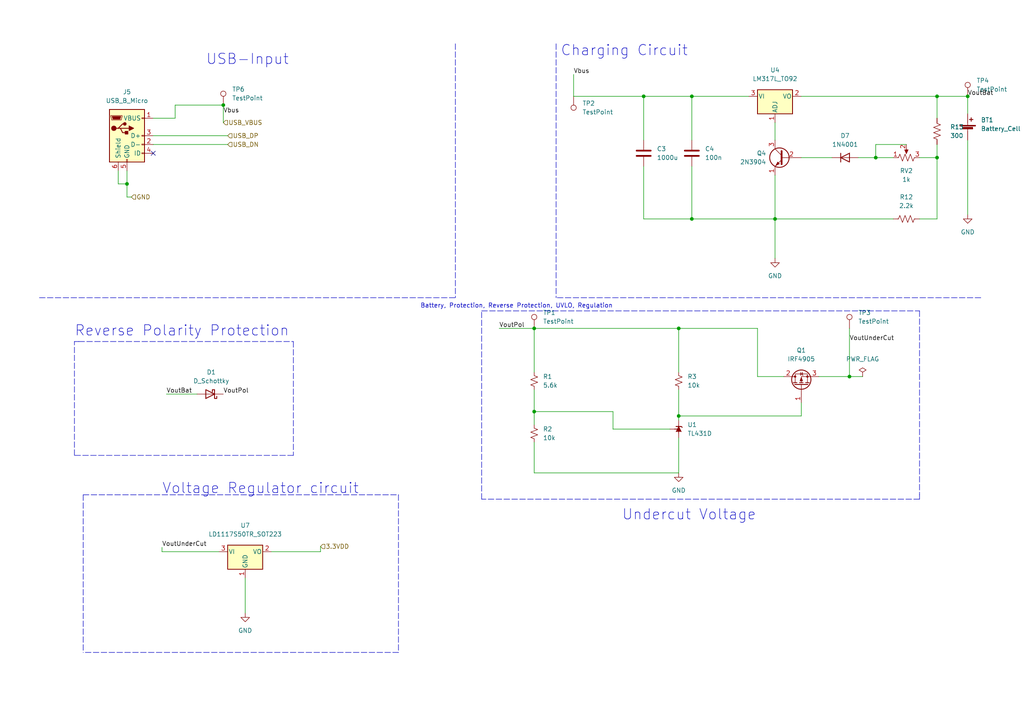
<source format=kicad_sch>
(kicad_sch (version 20211123) (generator eeschema)

  (uuid 00318b70-98db-4150-aae9-0fe9db9b4f56)

  (paper "A4")

  (title_block
    (title "Power Management Module")
    (date "2022-03-11")
    (rev "v2")
    (company "University of Cape Town")
    (comment 1 "Author: Lutendo Mulaisi")
  )

  (lib_symbols
    (symbol "Connector:TestPoint" (pin_numbers hide) (pin_names (offset 0.762) hide) (in_bom yes) (on_board yes)
      (property "Reference" "TP" (id 0) (at 0 6.858 0)
        (effects (font (size 1.27 1.27)))
      )
      (property "Value" "TestPoint" (id 1) (at 0 5.08 0)
        (effects (font (size 1.27 1.27)))
      )
      (property "Footprint" "" (id 2) (at 5.08 0 0)
        (effects (font (size 1.27 1.27)) hide)
      )
      (property "Datasheet" "~" (id 3) (at 5.08 0 0)
        (effects (font (size 1.27 1.27)) hide)
      )
      (property "ki_keywords" "test point tp" (id 4) (at 0 0 0)
        (effects (font (size 1.27 1.27)) hide)
      )
      (property "ki_description" "test point" (id 5) (at 0 0 0)
        (effects (font (size 1.27 1.27)) hide)
      )
      (property "ki_fp_filters" "Pin* Test*" (id 6) (at 0 0 0)
        (effects (font (size 1.27 1.27)) hide)
      )
      (symbol "TestPoint_0_1"
        (circle (center 0 3.302) (radius 0.762)
          (stroke (width 0) (type default) (color 0 0 0 0))
          (fill (type none))
        )
      )
      (symbol "TestPoint_1_1"
        (pin passive line (at 0 0 90) (length 2.54)
          (name "1" (effects (font (size 1.27 1.27))))
          (number "1" (effects (font (size 1.27 1.27))))
        )
      )
    )
    (symbol "Connector:USB_B_Micro" (pin_names (offset 1.016)) (in_bom yes) (on_board yes)
      (property "Reference" "J" (id 0) (at -5.08 11.43 0)
        (effects (font (size 1.27 1.27)) (justify left))
      )
      (property "Value" "USB_B_Micro" (id 1) (at -5.08 8.89 0)
        (effects (font (size 1.27 1.27)) (justify left))
      )
      (property "Footprint" "" (id 2) (at 3.81 -1.27 0)
        (effects (font (size 1.27 1.27)) hide)
      )
      (property "Datasheet" "~" (id 3) (at 3.81 -1.27 0)
        (effects (font (size 1.27 1.27)) hide)
      )
      (property "ki_keywords" "connector USB micro" (id 4) (at 0 0 0)
        (effects (font (size 1.27 1.27)) hide)
      )
      (property "ki_description" "USB Micro Type B connector" (id 5) (at 0 0 0)
        (effects (font (size 1.27 1.27)) hide)
      )
      (property "ki_fp_filters" "USB*" (id 6) (at 0 0 0)
        (effects (font (size 1.27 1.27)) hide)
      )
      (symbol "USB_B_Micro_0_1"
        (rectangle (start -5.08 -7.62) (end 5.08 7.62)
          (stroke (width 0.254) (type default) (color 0 0 0 0))
          (fill (type background))
        )
        (circle (center -3.81 2.159) (radius 0.635)
          (stroke (width 0.254) (type default) (color 0 0 0 0))
          (fill (type outline))
        )
        (circle (center -0.635 3.429) (radius 0.381)
          (stroke (width 0.254) (type default) (color 0 0 0 0))
          (fill (type outline))
        )
        (rectangle (start -0.127 -7.62) (end 0.127 -6.858)
          (stroke (width 0) (type default) (color 0 0 0 0))
          (fill (type none))
        )
        (polyline
          (pts
            (xy -1.905 2.159)
            (xy 0.635 2.159)
          )
          (stroke (width 0.254) (type default) (color 0 0 0 0))
          (fill (type none))
        )
        (polyline
          (pts
            (xy -3.175 2.159)
            (xy -2.54 2.159)
            (xy -1.27 3.429)
            (xy -0.635 3.429)
          )
          (stroke (width 0.254) (type default) (color 0 0 0 0))
          (fill (type none))
        )
        (polyline
          (pts
            (xy -2.54 2.159)
            (xy -1.905 2.159)
            (xy -1.27 0.889)
            (xy 0 0.889)
          )
          (stroke (width 0.254) (type default) (color 0 0 0 0))
          (fill (type none))
        )
        (polyline
          (pts
            (xy 0.635 2.794)
            (xy 0.635 1.524)
            (xy 1.905 2.159)
            (xy 0.635 2.794)
          )
          (stroke (width 0.254) (type default) (color 0 0 0 0))
          (fill (type outline))
        )
        (polyline
          (pts
            (xy -4.318 5.588)
            (xy -1.778 5.588)
            (xy -2.032 4.826)
            (xy -4.064 4.826)
            (xy -4.318 5.588)
          )
          (stroke (width 0) (type default) (color 0 0 0 0))
          (fill (type outline))
        )
        (polyline
          (pts
            (xy -4.699 5.842)
            (xy -4.699 5.588)
            (xy -4.445 4.826)
            (xy -4.445 4.572)
            (xy -1.651 4.572)
            (xy -1.651 4.826)
            (xy -1.397 5.588)
            (xy -1.397 5.842)
            (xy -4.699 5.842)
          )
          (stroke (width 0) (type default) (color 0 0 0 0))
          (fill (type none))
        )
        (rectangle (start 0.254 1.27) (end -0.508 0.508)
          (stroke (width 0.254) (type default) (color 0 0 0 0))
          (fill (type outline))
        )
        (rectangle (start 5.08 -5.207) (end 4.318 -4.953)
          (stroke (width 0) (type default) (color 0 0 0 0))
          (fill (type none))
        )
        (rectangle (start 5.08 -2.667) (end 4.318 -2.413)
          (stroke (width 0) (type default) (color 0 0 0 0))
          (fill (type none))
        )
        (rectangle (start 5.08 -0.127) (end 4.318 0.127)
          (stroke (width 0) (type default) (color 0 0 0 0))
          (fill (type none))
        )
        (rectangle (start 5.08 4.953) (end 4.318 5.207)
          (stroke (width 0) (type default) (color 0 0 0 0))
          (fill (type none))
        )
      )
      (symbol "USB_B_Micro_1_1"
        (pin power_out line (at 7.62 5.08 180) (length 2.54)
          (name "VBUS" (effects (font (size 1.27 1.27))))
          (number "1" (effects (font (size 1.27 1.27))))
        )
        (pin bidirectional line (at 7.62 -2.54 180) (length 2.54)
          (name "D-" (effects (font (size 1.27 1.27))))
          (number "2" (effects (font (size 1.27 1.27))))
        )
        (pin bidirectional line (at 7.62 0 180) (length 2.54)
          (name "D+" (effects (font (size 1.27 1.27))))
          (number "3" (effects (font (size 1.27 1.27))))
        )
        (pin passive line (at 7.62 -5.08 180) (length 2.54)
          (name "ID" (effects (font (size 1.27 1.27))))
          (number "4" (effects (font (size 1.27 1.27))))
        )
        (pin power_out line (at 0 -10.16 90) (length 2.54)
          (name "GND" (effects (font (size 1.27 1.27))))
          (number "5" (effects (font (size 1.27 1.27))))
        )
        (pin passive line (at -2.54 -10.16 90) (length 2.54)
          (name "Shield" (effects (font (size 1.27 1.27))))
          (number "6" (effects (font (size 1.27 1.27))))
        )
      )
    )
    (symbol "Device:Battery_Cell" (pin_numbers hide) (pin_names (offset 0) hide) (in_bom yes) (on_board yes)
      (property "Reference" "BT" (id 0) (at 2.54 2.54 0)
        (effects (font (size 1.27 1.27)) (justify left))
      )
      (property "Value" "Battery_Cell" (id 1) (at 2.54 0 0)
        (effects (font (size 1.27 1.27)) (justify left))
      )
      (property "Footprint" "" (id 2) (at 0 1.524 90)
        (effects (font (size 1.27 1.27)) hide)
      )
      (property "Datasheet" "~" (id 3) (at 0 1.524 90)
        (effects (font (size 1.27 1.27)) hide)
      )
      (property "ki_keywords" "battery cell" (id 4) (at 0 0 0)
        (effects (font (size 1.27 1.27)) hide)
      )
      (property "ki_description" "Single-cell battery" (id 5) (at 0 0 0)
        (effects (font (size 1.27 1.27)) hide)
      )
      (symbol "Battery_Cell_0_1"
        (rectangle (start -2.286 1.778) (end 2.286 1.524)
          (stroke (width 0) (type default) (color 0 0 0 0))
          (fill (type outline))
        )
        (rectangle (start -1.5748 1.1938) (end 1.4732 0.6858)
          (stroke (width 0) (type default) (color 0 0 0 0))
          (fill (type outline))
        )
        (polyline
          (pts
            (xy 0 0.762)
            (xy 0 0)
          )
          (stroke (width 0) (type default) (color 0 0 0 0))
          (fill (type none))
        )
        (polyline
          (pts
            (xy 0 1.778)
            (xy 0 2.54)
          )
          (stroke (width 0) (type default) (color 0 0 0 0))
          (fill (type none))
        )
        (polyline
          (pts
            (xy 0.508 3.429)
            (xy 1.524 3.429)
          )
          (stroke (width 0.254) (type default) (color 0 0 0 0))
          (fill (type none))
        )
        (polyline
          (pts
            (xy 1.016 3.937)
            (xy 1.016 2.921)
          )
          (stroke (width 0.254) (type default) (color 0 0 0 0))
          (fill (type none))
        )
      )
      (symbol "Battery_Cell_1_1"
        (pin passive line (at 0 5.08 270) (length 2.54)
          (name "+" (effects (font (size 1.27 1.27))))
          (number "1" (effects (font (size 1.27 1.27))))
        )
        (pin passive line (at 0 -2.54 90) (length 2.54)
          (name "-" (effects (font (size 1.27 1.27))))
          (number "2" (effects (font (size 1.27 1.27))))
        )
      )
    )
    (symbol "Device:C" (pin_numbers hide) (pin_names (offset 0.254)) (in_bom yes) (on_board yes)
      (property "Reference" "C" (id 0) (at 0.635 2.54 0)
        (effects (font (size 1.27 1.27)) (justify left))
      )
      (property "Value" "C" (id 1) (at 0.635 -2.54 0)
        (effects (font (size 1.27 1.27)) (justify left))
      )
      (property "Footprint" "" (id 2) (at 0.9652 -3.81 0)
        (effects (font (size 1.27 1.27)) hide)
      )
      (property "Datasheet" "~" (id 3) (at 0 0 0)
        (effects (font (size 1.27 1.27)) hide)
      )
      (property "ki_keywords" "cap capacitor" (id 4) (at 0 0 0)
        (effects (font (size 1.27 1.27)) hide)
      )
      (property "ki_description" "Unpolarized capacitor" (id 5) (at 0 0 0)
        (effects (font (size 1.27 1.27)) hide)
      )
      (property "ki_fp_filters" "C_*" (id 6) (at 0 0 0)
        (effects (font (size 1.27 1.27)) hide)
      )
      (symbol "C_0_1"
        (polyline
          (pts
            (xy -2.032 -0.762)
            (xy 2.032 -0.762)
          )
          (stroke (width 0.508) (type default) (color 0 0 0 0))
          (fill (type none))
        )
        (polyline
          (pts
            (xy -2.032 0.762)
            (xy 2.032 0.762)
          )
          (stroke (width 0.508) (type default) (color 0 0 0 0))
          (fill (type none))
        )
      )
      (symbol "C_1_1"
        (pin passive line (at 0 3.81 270) (length 2.794)
          (name "~" (effects (font (size 1.27 1.27))))
          (number "1" (effects (font (size 1.27 1.27))))
        )
        (pin passive line (at 0 -3.81 90) (length 2.794)
          (name "~" (effects (font (size 1.27 1.27))))
          (number "2" (effects (font (size 1.27 1.27))))
        )
      )
    )
    (symbol "Device:D_Schottky" (pin_numbers hide) (pin_names (offset 1.016) hide) (in_bom yes) (on_board yes)
      (property "Reference" "D" (id 0) (at 0 2.54 0)
        (effects (font (size 1.27 1.27)))
      )
      (property "Value" "D_Schottky" (id 1) (at 0 -2.54 0)
        (effects (font (size 1.27 1.27)))
      )
      (property "Footprint" "" (id 2) (at 0 0 0)
        (effects (font (size 1.27 1.27)) hide)
      )
      (property "Datasheet" "~" (id 3) (at 0 0 0)
        (effects (font (size 1.27 1.27)) hide)
      )
      (property "ki_keywords" "diode Schottky" (id 4) (at 0 0 0)
        (effects (font (size 1.27 1.27)) hide)
      )
      (property "ki_description" "Schottky diode" (id 5) (at 0 0 0)
        (effects (font (size 1.27 1.27)) hide)
      )
      (property "ki_fp_filters" "TO-???* *_Diode_* *SingleDiode* D_*" (id 6) (at 0 0 0)
        (effects (font (size 1.27 1.27)) hide)
      )
      (symbol "D_Schottky_0_1"
        (polyline
          (pts
            (xy 1.27 0)
            (xy -1.27 0)
          )
          (stroke (width 0) (type default) (color 0 0 0 0))
          (fill (type none))
        )
        (polyline
          (pts
            (xy 1.27 1.27)
            (xy 1.27 -1.27)
            (xy -1.27 0)
            (xy 1.27 1.27)
          )
          (stroke (width 0.254) (type default) (color 0 0 0 0))
          (fill (type none))
        )
        (polyline
          (pts
            (xy -1.905 0.635)
            (xy -1.905 1.27)
            (xy -1.27 1.27)
            (xy -1.27 -1.27)
            (xy -0.635 -1.27)
            (xy -0.635 -0.635)
          )
          (stroke (width 0.254) (type default) (color 0 0 0 0))
          (fill (type none))
        )
      )
      (symbol "D_Schottky_1_1"
        (pin passive line (at -3.81 0 0) (length 2.54)
          (name "K" (effects (font (size 1.27 1.27))))
          (number "1" (effects (font (size 1.27 1.27))))
        )
        (pin passive line (at 3.81 0 180) (length 2.54)
          (name "A" (effects (font (size 1.27 1.27))))
          (number "2" (effects (font (size 1.27 1.27))))
        )
      )
    )
    (symbol "Device:R_Potentiometer_US" (pin_names (offset 1.016) hide) (in_bom yes) (on_board yes)
      (property "Reference" "RV" (id 0) (at -4.445 0 90)
        (effects (font (size 1.27 1.27)))
      )
      (property "Value" "R_Potentiometer_US" (id 1) (at -2.54 0 90)
        (effects (font (size 1.27 1.27)))
      )
      (property "Footprint" "" (id 2) (at 0 0 0)
        (effects (font (size 1.27 1.27)) hide)
      )
      (property "Datasheet" "~" (id 3) (at 0 0 0)
        (effects (font (size 1.27 1.27)) hide)
      )
      (property "ki_keywords" "resistor variable" (id 4) (at 0 0 0)
        (effects (font (size 1.27 1.27)) hide)
      )
      (property "ki_description" "Potentiometer, US symbol" (id 5) (at 0 0 0)
        (effects (font (size 1.27 1.27)) hide)
      )
      (property "ki_fp_filters" "Potentiometer*" (id 6) (at 0 0 0)
        (effects (font (size 1.27 1.27)) hide)
      )
      (symbol "R_Potentiometer_US_0_1"
        (polyline
          (pts
            (xy 0 -2.286)
            (xy 0 -2.54)
          )
          (stroke (width 0) (type default) (color 0 0 0 0))
          (fill (type none))
        )
        (polyline
          (pts
            (xy 0 2.54)
            (xy 0 2.286)
          )
          (stroke (width 0) (type default) (color 0 0 0 0))
          (fill (type none))
        )
        (polyline
          (pts
            (xy 2.54 0)
            (xy 1.524 0)
          )
          (stroke (width 0) (type default) (color 0 0 0 0))
          (fill (type none))
        )
        (polyline
          (pts
            (xy 1.143 0)
            (xy 2.286 0.508)
            (xy 2.286 -0.508)
            (xy 1.143 0)
          )
          (stroke (width 0) (type default) (color 0 0 0 0))
          (fill (type outline))
        )
        (polyline
          (pts
            (xy 0 -0.762)
            (xy 1.016 -1.143)
            (xy 0 -1.524)
            (xy -1.016 -1.905)
            (xy 0 -2.286)
          )
          (stroke (width 0) (type default) (color 0 0 0 0))
          (fill (type none))
        )
        (polyline
          (pts
            (xy 0 0.762)
            (xy 1.016 0.381)
            (xy 0 0)
            (xy -1.016 -0.381)
            (xy 0 -0.762)
          )
          (stroke (width 0) (type default) (color 0 0 0 0))
          (fill (type none))
        )
        (polyline
          (pts
            (xy 0 2.286)
            (xy 1.016 1.905)
            (xy 0 1.524)
            (xy -1.016 1.143)
            (xy 0 0.762)
          )
          (stroke (width 0) (type default) (color 0 0 0 0))
          (fill (type none))
        )
      )
      (symbol "R_Potentiometer_US_1_1"
        (pin passive line (at 0 3.81 270) (length 1.27)
          (name "1" (effects (font (size 1.27 1.27))))
          (number "1" (effects (font (size 1.27 1.27))))
        )
        (pin passive line (at 3.81 0 180) (length 1.27)
          (name "2" (effects (font (size 1.27 1.27))))
          (number "2" (effects (font (size 1.27 1.27))))
        )
        (pin passive line (at 0 -3.81 90) (length 1.27)
          (name "3" (effects (font (size 1.27 1.27))))
          (number "3" (effects (font (size 1.27 1.27))))
        )
      )
    )
    (symbol "Device:R_Small_US" (pin_numbers hide) (pin_names (offset 0.254) hide) (in_bom yes) (on_board yes)
      (property "Reference" "R" (id 0) (at 0.762 0.508 0)
        (effects (font (size 1.27 1.27)) (justify left))
      )
      (property "Value" "R_Small_US" (id 1) (at 0.762 -1.016 0)
        (effects (font (size 1.27 1.27)) (justify left))
      )
      (property "Footprint" "" (id 2) (at 0 0 0)
        (effects (font (size 1.27 1.27)) hide)
      )
      (property "Datasheet" "~" (id 3) (at 0 0 0)
        (effects (font (size 1.27 1.27)) hide)
      )
      (property "ki_keywords" "r resistor" (id 4) (at 0 0 0)
        (effects (font (size 1.27 1.27)) hide)
      )
      (property "ki_description" "Resistor, small US symbol" (id 5) (at 0 0 0)
        (effects (font (size 1.27 1.27)) hide)
      )
      (property "ki_fp_filters" "R_*" (id 6) (at 0 0 0)
        (effects (font (size 1.27 1.27)) hide)
      )
      (symbol "R_Small_US_1_1"
        (polyline
          (pts
            (xy 0 0)
            (xy 1.016 -0.381)
            (xy 0 -0.762)
            (xy -1.016 -1.143)
            (xy 0 -1.524)
          )
          (stroke (width 0) (type default) (color 0 0 0 0))
          (fill (type none))
        )
        (polyline
          (pts
            (xy 0 1.524)
            (xy 1.016 1.143)
            (xy 0 0.762)
            (xy -1.016 0.381)
            (xy 0 0)
          )
          (stroke (width 0) (type default) (color 0 0 0 0))
          (fill (type none))
        )
        (pin passive line (at 0 2.54 270) (length 1.016)
          (name "~" (effects (font (size 1.27 1.27))))
          (number "1" (effects (font (size 1.27 1.27))))
        )
        (pin passive line (at 0 -2.54 90) (length 1.016)
          (name "~" (effects (font (size 1.27 1.27))))
          (number "2" (effects (font (size 1.27 1.27))))
        )
      )
    )
    (symbol "Device:R_US" (pin_numbers hide) (pin_names (offset 0)) (in_bom yes) (on_board yes)
      (property "Reference" "R" (id 0) (at 2.54 0 90)
        (effects (font (size 1.27 1.27)))
      )
      (property "Value" "R_US" (id 1) (at -2.54 0 90)
        (effects (font (size 1.27 1.27)))
      )
      (property "Footprint" "" (id 2) (at 1.016 -0.254 90)
        (effects (font (size 1.27 1.27)) hide)
      )
      (property "Datasheet" "~" (id 3) (at 0 0 0)
        (effects (font (size 1.27 1.27)) hide)
      )
      (property "ki_keywords" "R res resistor" (id 4) (at 0 0 0)
        (effects (font (size 1.27 1.27)) hide)
      )
      (property "ki_description" "Resistor, US symbol" (id 5) (at 0 0 0)
        (effects (font (size 1.27 1.27)) hide)
      )
      (property "ki_fp_filters" "R_*" (id 6) (at 0 0 0)
        (effects (font (size 1.27 1.27)) hide)
      )
      (symbol "R_US_0_1"
        (polyline
          (pts
            (xy 0 -2.286)
            (xy 0 -2.54)
          )
          (stroke (width 0) (type default) (color 0 0 0 0))
          (fill (type none))
        )
        (polyline
          (pts
            (xy 0 2.286)
            (xy 0 2.54)
          )
          (stroke (width 0) (type default) (color 0 0 0 0))
          (fill (type none))
        )
        (polyline
          (pts
            (xy 0 -0.762)
            (xy 1.016 -1.143)
            (xy 0 -1.524)
            (xy -1.016 -1.905)
            (xy 0 -2.286)
          )
          (stroke (width 0) (type default) (color 0 0 0 0))
          (fill (type none))
        )
        (polyline
          (pts
            (xy 0 0.762)
            (xy 1.016 0.381)
            (xy 0 0)
            (xy -1.016 -0.381)
            (xy 0 -0.762)
          )
          (stroke (width 0) (type default) (color 0 0 0 0))
          (fill (type none))
        )
        (polyline
          (pts
            (xy 0 2.286)
            (xy 1.016 1.905)
            (xy 0 1.524)
            (xy -1.016 1.143)
            (xy 0 0.762)
          )
          (stroke (width 0) (type default) (color 0 0 0 0))
          (fill (type none))
        )
      )
      (symbol "R_US_1_1"
        (pin passive line (at 0 3.81 270) (length 1.27)
          (name "~" (effects (font (size 1.27 1.27))))
          (number "1" (effects (font (size 1.27 1.27))))
        )
        (pin passive line (at 0 -3.81 90) (length 1.27)
          (name "~" (effects (font (size 1.27 1.27))))
          (number "2" (effects (font (size 1.27 1.27))))
        )
      )
    )
    (symbol "Diode:1N4001" (pin_numbers hide) (pin_names (offset 1.016) hide) (in_bom yes) (on_board yes)
      (property "Reference" "D" (id 0) (at 0 2.54 0)
        (effects (font (size 1.27 1.27)))
      )
      (property "Value" "1N4001" (id 1) (at 0 -2.54 0)
        (effects (font (size 1.27 1.27)))
      )
      (property "Footprint" "Diode_THT:D_DO-41_SOD81_P10.16mm_Horizontal" (id 2) (at 0 -4.445 0)
        (effects (font (size 1.27 1.27)) hide)
      )
      (property "Datasheet" "http://www.vishay.com/docs/88503/1n4001.pdf" (id 3) (at 0 0 0)
        (effects (font (size 1.27 1.27)) hide)
      )
      (property "ki_keywords" "diode" (id 4) (at 0 0 0)
        (effects (font (size 1.27 1.27)) hide)
      )
      (property "ki_description" "50V 1A General Purpose Rectifier Diode, DO-41" (id 5) (at 0 0 0)
        (effects (font (size 1.27 1.27)) hide)
      )
      (property "ki_fp_filters" "D*DO?41*" (id 6) (at 0 0 0)
        (effects (font (size 1.27 1.27)) hide)
      )
      (symbol "1N4001_0_1"
        (polyline
          (pts
            (xy -1.27 1.27)
            (xy -1.27 -1.27)
          )
          (stroke (width 0.254) (type default) (color 0 0 0 0))
          (fill (type none))
        )
        (polyline
          (pts
            (xy 1.27 0)
            (xy -1.27 0)
          )
          (stroke (width 0) (type default) (color 0 0 0 0))
          (fill (type none))
        )
        (polyline
          (pts
            (xy 1.27 1.27)
            (xy 1.27 -1.27)
            (xy -1.27 0)
            (xy 1.27 1.27)
          )
          (stroke (width 0.254) (type default) (color 0 0 0 0))
          (fill (type none))
        )
      )
      (symbol "1N4001_1_1"
        (pin passive line (at -3.81 0 0) (length 2.54)
          (name "K" (effects (font (size 1.27 1.27))))
          (number "1" (effects (font (size 1.27 1.27))))
        )
        (pin passive line (at 3.81 0 180) (length 2.54)
          (name "A" (effects (font (size 1.27 1.27))))
          (number "2" (effects (font (size 1.27 1.27))))
        )
      )
    )
    (symbol "Reference_Voltage:TL431D" (pin_numbers hide) (pin_names hide) (in_bom yes) (on_board yes)
      (property "Reference" "U" (id 0) (at 0 -2.54 0)
        (effects (font (size 1.27 1.27)))
      )
      (property "Value" "TL431D" (id 1) (at 0 -4.445 0)
        (effects (font (size 1.27 1.27)))
      )
      (property "Footprint" "Package_SO:SOIC-8_3.9x4.9mm_P1.27mm" (id 2) (at 0 -6.35 0)
        (effects (font (size 1.27 1.27) italic) hide)
      )
      (property "Datasheet" "http://www.ti.com/lit/ds/symlink/tl431.pdf" (id 3) (at 0 0 0)
        (effects (font (size 1.27 1.27) italic) hide)
      )
      (property "ki_keywords" "diode device shunt regulator" (id 4) (at 0 0 0)
        (effects (font (size 1.27 1.27)) hide)
      )
      (property "ki_description" "Shunt Regulator, SO-8" (id 5) (at 0 0 0)
        (effects (font (size 1.27 1.27)) hide)
      )
      (property "ki_fp_filters" "SOIC?8*3.9x4.9mm*P1.27mm*" (id 6) (at 0 0 0)
        (effects (font (size 1.27 1.27)) hide)
      )
      (symbol "TL431D_0_1"
        (polyline
          (pts
            (xy -1.27 0)
            (xy 0 0)
            (xy 1.27 0)
          )
          (stroke (width 0) (type default) (color 0 0 0 0))
          (fill (type none))
        )
        (polyline
          (pts
            (xy -0.762 0.762)
            (xy 0.762 0)
            (xy -0.762 -0.762)
          )
          (stroke (width 0) (type default) (color 0 0 0 0))
          (fill (type outline))
        )
        (polyline
          (pts
            (xy 0.508 -1.016)
            (xy 0.762 -0.762)
            (xy 0.762 0.762)
            (xy 0.762 0.762)
          )
          (stroke (width 0.254) (type default) (color 0 0 0 0))
          (fill (type none))
        )
      )
      (symbol "TL431D_1_1"
        (polyline
          (pts
            (xy 0 1.27)
            (xy 0 0)
          )
          (stroke (width 0) (type default) (color 0 0 0 0))
          (fill (type none))
        )
        (pin passive line (at 2.54 0 180) (length 2.54)
          (name "K" (effects (font (size 1.27 1.27))))
          (number "1" (effects (font (size 1.27 1.27))))
        )
        (pin passive line (at -2.54 0 0) (length 2.54)
          (name "A" (effects (font (size 1.27 1.27))))
          (number "2" (effects (font (size 1.27 1.27))))
        )
        (pin passive line (at -2.54 0 0) (length 2.54) hide
          (name "A" (effects (font (size 1.27 1.27))))
          (number "3" (effects (font (size 1.27 1.27))))
        )
        (pin passive line (at -2.54 0 0) (length 2.54) hide
          (name "A" (effects (font (size 1.27 1.27))))
          (number "6" (effects (font (size 1.27 1.27))))
        )
        (pin passive line (at -2.54 0 0) (length 2.54) hide
          (name "A" (effects (font (size 1.27 1.27))))
          (number "7" (effects (font (size 1.27 1.27))))
        )
        (pin passive line (at 0 2.54 270) (length 2.54)
          (name "REF" (effects (font (size 1.27 1.27))))
          (number "8" (effects (font (size 1.27 1.27))))
        )
      )
    )
    (symbol "Regulator_Linear:LD1117S50TR_SOT223" (pin_names (offset 0.254)) (in_bom yes) (on_board yes)
      (property "Reference" "U" (id 0) (at -3.81 3.175 0)
        (effects (font (size 1.27 1.27)))
      )
      (property "Value" "LD1117S50TR_SOT223" (id 1) (at 0 3.175 0)
        (effects (font (size 1.27 1.27)) (justify left))
      )
      (property "Footprint" "Package_TO_SOT_SMD:SOT-223-3_TabPin2" (id 2) (at 0 5.08 0)
        (effects (font (size 1.27 1.27)) hide)
      )
      (property "Datasheet" "http://www.st.com/st-web-ui/static/active/en/resource/technical/document/datasheet/CD00000544.pdf" (id 3) (at 2.54 -6.35 0)
        (effects (font (size 1.27 1.27)) hide)
      )
      (property "ki_keywords" "REGULATOR LDO 5.0V" (id 4) (at 0 0 0)
        (effects (font (size 1.27 1.27)) hide)
      )
      (property "ki_description" "800mA Fixed Low Drop Positive Voltage Regulator, Fixed Output 5.0V, SOT-223" (id 5) (at 0 0 0)
        (effects (font (size 1.27 1.27)) hide)
      )
      (property "ki_fp_filters" "SOT?223*TabPin2*" (id 6) (at 0 0 0)
        (effects (font (size 1.27 1.27)) hide)
      )
      (symbol "LD1117S50TR_SOT223_0_1"
        (rectangle (start -5.08 -5.08) (end 5.08 1.905)
          (stroke (width 0.254) (type default) (color 0 0 0 0))
          (fill (type background))
        )
      )
      (symbol "LD1117S50TR_SOT223_1_1"
        (pin power_in line (at 0 -7.62 90) (length 2.54)
          (name "GND" (effects (font (size 1.27 1.27))))
          (number "1" (effects (font (size 1.27 1.27))))
        )
        (pin power_out line (at 7.62 0 180) (length 2.54)
          (name "VO" (effects (font (size 1.27 1.27))))
          (number "2" (effects (font (size 1.27 1.27))))
        )
        (pin power_in line (at -7.62 0 0) (length 2.54)
          (name "VI" (effects (font (size 1.27 1.27))))
          (number "3" (effects (font (size 1.27 1.27))))
        )
      )
    )
    (symbol "Regulator_Linear:LM317L_TO92" (pin_names (offset 0.254)) (in_bom yes) (on_board yes)
      (property "Reference" "U" (id 0) (at -3.81 3.175 0)
        (effects (font (size 1.27 1.27)))
      )
      (property "Value" "LM317L_TO92" (id 1) (at 0 3.175 0)
        (effects (font (size 1.27 1.27)) (justify left))
      )
      (property "Footprint" "Package_TO_SOT_THT:TO-92_Inline" (id 2) (at 0 5.715 0)
        (effects (font (size 1.27 1.27) italic) hide)
      )
      (property "Datasheet" "http://www.ti.com/lit/ds/snvs775k/snvs775k.pdf" (id 3) (at 0 0 0)
        (effects (font (size 1.27 1.27)) hide)
      )
      (property "ki_keywords" "Adjustable Voltage Regulator 100mA Positive" (id 4) (at 0 0 0)
        (effects (font (size 1.27 1.27)) hide)
      )
      (property "ki_description" "100mA 35V Adjustable Linear Regulator, TO-92" (id 5) (at 0 0 0)
        (effects (font (size 1.27 1.27)) hide)
      )
      (property "ki_fp_filters" "TO?92*" (id 6) (at 0 0 0)
        (effects (font (size 1.27 1.27)) hide)
      )
      (symbol "LM317L_TO92_0_1"
        (rectangle (start -5.08 1.905) (end 5.08 -5.08)
          (stroke (width 0.254) (type default) (color 0 0 0 0))
          (fill (type background))
        )
      )
      (symbol "LM317L_TO92_1_1"
        (pin input line (at 0 -7.62 90) (length 2.54)
          (name "ADJ" (effects (font (size 1.27 1.27))))
          (number "1" (effects (font (size 1.27 1.27))))
        )
        (pin power_out line (at 7.62 0 180) (length 2.54)
          (name "VO" (effects (font (size 1.27 1.27))))
          (number "2" (effects (font (size 1.27 1.27))))
        )
        (pin power_in line (at -7.62 0 0) (length 2.54)
          (name "VI" (effects (font (size 1.27 1.27))))
          (number "3" (effects (font (size 1.27 1.27))))
        )
      )
    )
    (symbol "Transistor_BJT:2N3904" (pin_names (offset 0) hide) (in_bom yes) (on_board yes)
      (property "Reference" "Q" (id 0) (at 5.08 1.905 0)
        (effects (font (size 1.27 1.27)) (justify left))
      )
      (property "Value" "2N3904" (id 1) (at 5.08 0 0)
        (effects (font (size 1.27 1.27)) (justify left))
      )
      (property "Footprint" "Package_TO_SOT_THT:TO-92_Inline" (id 2) (at 5.08 -1.905 0)
        (effects (font (size 1.27 1.27) italic) (justify left) hide)
      )
      (property "Datasheet" "https://www.onsemi.com/pub/Collateral/2N3903-D.PDF" (id 3) (at 0 0 0)
        (effects (font (size 1.27 1.27)) (justify left) hide)
      )
      (property "ki_keywords" "NPN Transistor" (id 4) (at 0 0 0)
        (effects (font (size 1.27 1.27)) hide)
      )
      (property "ki_description" "0.2A Ic, 40V Vce, Small Signal NPN Transistor, TO-92" (id 5) (at 0 0 0)
        (effects (font (size 1.27 1.27)) hide)
      )
      (property "ki_fp_filters" "TO?92*" (id 6) (at 0 0 0)
        (effects (font (size 1.27 1.27)) hide)
      )
      (symbol "2N3904_0_1"
        (polyline
          (pts
            (xy 0.635 0.635)
            (xy 2.54 2.54)
          )
          (stroke (width 0) (type default) (color 0 0 0 0))
          (fill (type none))
        )
        (polyline
          (pts
            (xy 0.635 -0.635)
            (xy 2.54 -2.54)
            (xy 2.54 -2.54)
          )
          (stroke (width 0) (type default) (color 0 0 0 0))
          (fill (type none))
        )
        (polyline
          (pts
            (xy 0.635 1.905)
            (xy 0.635 -1.905)
            (xy 0.635 -1.905)
          )
          (stroke (width 0.508) (type default) (color 0 0 0 0))
          (fill (type none))
        )
        (polyline
          (pts
            (xy 1.27 -1.778)
            (xy 1.778 -1.27)
            (xy 2.286 -2.286)
            (xy 1.27 -1.778)
            (xy 1.27 -1.778)
          )
          (stroke (width 0) (type default) (color 0 0 0 0))
          (fill (type outline))
        )
        (circle (center 1.27 0) (radius 2.8194)
          (stroke (width 0.254) (type default) (color 0 0 0 0))
          (fill (type none))
        )
      )
      (symbol "2N3904_1_1"
        (pin passive line (at 2.54 -5.08 90) (length 2.54)
          (name "E" (effects (font (size 1.27 1.27))))
          (number "1" (effects (font (size 1.27 1.27))))
        )
        (pin passive line (at -5.08 0 0) (length 5.715)
          (name "B" (effects (font (size 1.27 1.27))))
          (number "2" (effects (font (size 1.27 1.27))))
        )
        (pin passive line (at 2.54 5.08 270) (length 2.54)
          (name "C" (effects (font (size 1.27 1.27))))
          (number "3" (effects (font (size 1.27 1.27))))
        )
      )
    )
    (symbol "Transistor_FET:IRF4905" (pin_names hide) (in_bom yes) (on_board yes)
      (property "Reference" "Q" (id 0) (at 5.08 1.905 0)
        (effects (font (size 1.27 1.27)) (justify left))
      )
      (property "Value" "IRF4905" (id 1) (at 5.08 0 0)
        (effects (font (size 1.27 1.27)) (justify left))
      )
      (property "Footprint" "Package_TO_SOT_THT:TO-220-3_Vertical" (id 2) (at 5.08 -1.905 0)
        (effects (font (size 1.27 1.27) italic) (justify left) hide)
      )
      (property "Datasheet" "http://www.infineon.com/dgdl/irf4905.pdf?fileId=5546d462533600a4015355e32165197c" (id 3) (at 0 0 0)
        (effects (font (size 1.27 1.27)) (justify left) hide)
      )
      (property "ki_keywords" "Single P-Channel HEXFET Power MOSFET" (id 4) (at 0 0 0)
        (effects (font (size 1.27 1.27)) hide)
      )
      (property "ki_description" "-74A Id, -55V Vds, Single P-Channel HEXFET Power MOSFET, 20mOhm Ron, TO-220AB" (id 5) (at 0 0 0)
        (effects (font (size 1.27 1.27)) hide)
      )
      (property "ki_fp_filters" "TO?220*" (id 6) (at 0 0 0)
        (effects (font (size 1.27 1.27)) hide)
      )
      (symbol "IRF4905_0_1"
        (polyline
          (pts
            (xy 0.254 0)
            (xy -2.54 0)
          )
          (stroke (width 0) (type default) (color 0 0 0 0))
          (fill (type none))
        )
        (polyline
          (pts
            (xy 0.254 1.905)
            (xy 0.254 -1.905)
          )
          (stroke (width 0.254) (type default) (color 0 0 0 0))
          (fill (type none))
        )
        (polyline
          (pts
            (xy 0.762 -1.27)
            (xy 0.762 -2.286)
          )
          (stroke (width 0.254) (type default) (color 0 0 0 0))
          (fill (type none))
        )
        (polyline
          (pts
            (xy 0.762 0.508)
            (xy 0.762 -0.508)
          )
          (stroke (width 0.254) (type default) (color 0 0 0 0))
          (fill (type none))
        )
        (polyline
          (pts
            (xy 0.762 2.286)
            (xy 0.762 1.27)
          )
          (stroke (width 0.254) (type default) (color 0 0 0 0))
          (fill (type none))
        )
        (polyline
          (pts
            (xy 2.54 2.54)
            (xy 2.54 1.778)
          )
          (stroke (width 0) (type default) (color 0 0 0 0))
          (fill (type none))
        )
        (polyline
          (pts
            (xy 2.54 -2.54)
            (xy 2.54 0)
            (xy 0.762 0)
          )
          (stroke (width 0) (type default) (color 0 0 0 0))
          (fill (type none))
        )
        (polyline
          (pts
            (xy 0.762 1.778)
            (xy 3.302 1.778)
            (xy 3.302 -1.778)
            (xy 0.762 -1.778)
          )
          (stroke (width 0) (type default) (color 0 0 0 0))
          (fill (type none))
        )
        (polyline
          (pts
            (xy 2.286 0)
            (xy 1.27 0.381)
            (xy 1.27 -0.381)
            (xy 2.286 0)
          )
          (stroke (width 0) (type default) (color 0 0 0 0))
          (fill (type outline))
        )
        (polyline
          (pts
            (xy 2.794 -0.508)
            (xy 2.921 -0.381)
            (xy 3.683 -0.381)
            (xy 3.81 -0.254)
          )
          (stroke (width 0) (type default) (color 0 0 0 0))
          (fill (type none))
        )
        (polyline
          (pts
            (xy 3.302 -0.381)
            (xy 2.921 0.254)
            (xy 3.683 0.254)
            (xy 3.302 -0.381)
          )
          (stroke (width 0) (type default) (color 0 0 0 0))
          (fill (type none))
        )
        (circle (center 1.651 0) (radius 2.794)
          (stroke (width 0.254) (type default) (color 0 0 0 0))
          (fill (type none))
        )
        (circle (center 2.54 -1.778) (radius 0.254)
          (stroke (width 0) (type default) (color 0 0 0 0))
          (fill (type outline))
        )
        (circle (center 2.54 1.778) (radius 0.254)
          (stroke (width 0) (type default) (color 0 0 0 0))
          (fill (type outline))
        )
      )
      (symbol "IRF4905_1_1"
        (pin input line (at -5.08 0 0) (length 2.54)
          (name "G" (effects (font (size 1.27 1.27))))
          (number "1" (effects (font (size 1.27 1.27))))
        )
        (pin passive line (at 2.54 5.08 270) (length 2.54)
          (name "D" (effects (font (size 1.27 1.27))))
          (number "2" (effects (font (size 1.27 1.27))))
        )
        (pin passive line (at 2.54 -5.08 90) (length 2.54)
          (name "S" (effects (font (size 1.27 1.27))))
          (number "3" (effects (font (size 1.27 1.27))))
        )
      )
    )
    (symbol "power:GND" (power) (pin_names (offset 0)) (in_bom yes) (on_board yes)
      (property "Reference" "#PWR" (id 0) (at 0 -6.35 0)
        (effects (font (size 1.27 1.27)) hide)
      )
      (property "Value" "GND" (id 1) (at 0 -3.81 0)
        (effects (font (size 1.27 1.27)))
      )
      (property "Footprint" "" (id 2) (at 0 0 0)
        (effects (font (size 1.27 1.27)) hide)
      )
      (property "Datasheet" "" (id 3) (at 0 0 0)
        (effects (font (size 1.27 1.27)) hide)
      )
      (property "ki_keywords" "power-flag" (id 4) (at 0 0 0)
        (effects (font (size 1.27 1.27)) hide)
      )
      (property "ki_description" "Power symbol creates a global label with name \"GND\" , ground" (id 5) (at 0 0 0)
        (effects (font (size 1.27 1.27)) hide)
      )
      (symbol "GND_0_1"
        (polyline
          (pts
            (xy 0 0)
            (xy 0 -1.27)
            (xy 1.27 -1.27)
            (xy 0 -2.54)
            (xy -1.27 -1.27)
            (xy 0 -1.27)
          )
          (stroke (width 0) (type default) (color 0 0 0 0))
          (fill (type none))
        )
      )
      (symbol "GND_1_1"
        (pin power_in line (at 0 0 270) (length 0) hide
          (name "GND" (effects (font (size 1.27 1.27))))
          (number "1" (effects (font (size 1.27 1.27))))
        )
      )
    )
    (symbol "power:PWR_FLAG" (power) (pin_numbers hide) (pin_names (offset 0) hide) (in_bom yes) (on_board yes)
      (property "Reference" "#FLG" (id 0) (at 0 1.905 0)
        (effects (font (size 1.27 1.27)) hide)
      )
      (property "Value" "PWR_FLAG" (id 1) (at 0 3.81 0)
        (effects (font (size 1.27 1.27)))
      )
      (property "Footprint" "" (id 2) (at 0 0 0)
        (effects (font (size 1.27 1.27)) hide)
      )
      (property "Datasheet" "~" (id 3) (at 0 0 0)
        (effects (font (size 1.27 1.27)) hide)
      )
      (property "ki_keywords" "power-flag" (id 4) (at 0 0 0)
        (effects (font (size 1.27 1.27)) hide)
      )
      (property "ki_description" "Special symbol for telling ERC where power comes from" (id 5) (at 0 0 0)
        (effects (font (size 1.27 1.27)) hide)
      )
      (symbol "PWR_FLAG_0_0"
        (pin power_out line (at 0 0 90) (length 0)
          (name "pwr" (effects (font (size 1.27 1.27))))
          (number "1" (effects (font (size 1.27 1.27))))
        )
      )
      (symbol "PWR_FLAG_0_1"
        (polyline
          (pts
            (xy 0 0)
            (xy 0 1.27)
            (xy -1.016 1.905)
            (xy 0 2.54)
            (xy 1.016 1.905)
            (xy 0 1.27)
          )
          (stroke (width 0) (type default) (color 0 0 0 0))
          (fill (type none))
        )
      )
    )
  )

  (junction (at 36.83 53.34) (diameter 0) (color 0 0 0 0)
    (uuid 004ce854-e20b-4774-9faa-60567d077559)
  )
  (junction (at 224.79 63.5) (diameter 0) (color 0 0 0 0)
    (uuid 08fd9629-71af-4959-9ecf-bb5532c844b4)
  )
  (junction (at 254 45.72) (diameter 0) (color 0 0 0 0)
    (uuid 141ddb6e-f012-4b64-ac5a-9305847be922)
  )
  (junction (at 200.66 27.94) (diameter 0) (color 0 0 0 0)
    (uuid 20fc102e-251e-414a-afb3-a3ec55fa7392)
  )
  (junction (at 64.77 30.48) (diameter 0) (color 0 0 0 0)
    (uuid 3c6ef711-9a5f-4cb6-9626-8fade1a72582)
  )
  (junction (at 280.67 27.94) (diameter 0) (color 0 0 0 0)
    (uuid 43711bcf-cc9a-434a-a02a-e05950106dc1)
  )
  (junction (at 154.94 95.25) (diameter 0) (color 0 0 0 0)
    (uuid 54170a7f-b7ff-4bfb-aef9-78db36b5725e)
  )
  (junction (at 186.69 27.94) (diameter 0) (color 0 0 0 0)
    (uuid 8e8424f4-04cf-4407-8ca1-d88f78e90b98)
  )
  (junction (at 271.78 45.72) (diameter 0) (color 0 0 0 0)
    (uuid a4fb2d01-dee1-420e-874b-35973b5fcbbd)
  )
  (junction (at 154.94 119.38) (diameter 0) (color 0 0 0 0)
    (uuid abf27e9d-e837-4018-9e92-c98b5a8507ad)
  )
  (junction (at 200.66 63.5) (diameter 0) (color 0 0 0 0)
    (uuid b0bb1fda-df8f-4e6a-a6e7-015d5f2b1dc9)
  )
  (junction (at 196.85 120.65) (diameter 0) (color 0 0 0 0)
    (uuid c64f8292-22aa-481b-9a56-fbf019fed7da)
  )
  (junction (at 271.78 27.94) (diameter 0) (color 0 0 0 0)
    (uuid d11acd4d-67bf-4c13-b50a-a2a7976e49cf)
  )
  (junction (at 196.85 95.25) (diameter 0) (color 0 0 0 0)
    (uuid d9976bfe-205e-435c-805a-f546d7d0effb)
  )
  (junction (at 246.38 109.22) (diameter 0) (color 0 0 0 0)
    (uuid ebd521f2-3818-4e70-83ff-631abdcf5203)
  )

  (no_connect (at 44.45 44.45) (uuid 85b31907-4f46-4839-891d-127ece9e2f54))

  (wire (pts (xy 217.17 27.94) (xy 200.66 27.94))
    (stroke (width 0) (type default) (color 0 0 0 0))
    (uuid 04c50c62-f84e-46da-8cc7-54c2e1857ad5)
  )
  (wire (pts (xy 48.26 114.3) (xy 57.15 114.3))
    (stroke (width 0) (type default) (color 0 0 0 0))
    (uuid 05a06372-f081-4d5f-be6a-9e5d1ca61b64)
  )
  (wire (pts (xy 154.94 119.38) (xy 154.94 123.19))
    (stroke (width 0) (type default) (color 0 0 0 0))
    (uuid 08fdf970-eb71-4def-b37e-319c0a70cd02)
  )
  (wire (pts (xy 200.66 63.5) (xy 224.79 63.5))
    (stroke (width 0) (type default) (color 0 0 0 0))
    (uuid 093e8f2d-0f31-4850-b8bc-86fd6457d6af)
  )
  (wire (pts (xy 271.78 27.94) (xy 232.41 27.94))
    (stroke (width 0) (type default) (color 0 0 0 0))
    (uuid 0aa8ea99-716b-45f0-9b8c-d671e5443d13)
  )
  (polyline (pts (xy 132.08 12.7) (xy 132.08 86.36))
    (stroke (width 0) (type default) (color 0 0 0 0))
    (uuid 0b35d416-2ef3-43da-b21e-3b5705733789)
  )

  (wire (pts (xy 186.69 40.64) (xy 186.69 27.94))
    (stroke (width 0) (type default) (color 0 0 0 0))
    (uuid 0dbf9001-44b4-446b-b776-eae62d1ca81d)
  )
  (wire (pts (xy 271.78 34.29) (xy 271.78 27.94))
    (stroke (width 0) (type default) (color 0 0 0 0))
    (uuid 0f65c6fd-48f2-4a96-b3bd-ae7ee3abfecd)
  )
  (wire (pts (xy 44.45 34.29) (xy 50.8 34.29))
    (stroke (width 0) (type default) (color 0 0 0 0))
    (uuid 1577007b-34a4-4cde-8ca8-d3c14256d96a)
  )
  (wire (pts (xy 224.79 50.8) (xy 224.79 63.5))
    (stroke (width 0) (type default) (color 0 0 0 0))
    (uuid 19e80447-d4f7-45b4-a144-c0936d72f335)
  )
  (wire (pts (xy 154.94 95.25) (xy 154.94 107.95))
    (stroke (width 0) (type default) (color 0 0 0 0))
    (uuid 265d8a9a-54ba-478a-a6d7-54c884db09d8)
  )
  (wire (pts (xy 280.67 27.94) (xy 280.67 33.02))
    (stroke (width 0) (type default) (color 0 0 0 0))
    (uuid 288589f2-a27e-4fa5-8c6c-b4f231aecdc6)
  )
  (wire (pts (xy 196.85 120.65) (xy 232.41 120.65))
    (stroke (width 0) (type default) (color 0 0 0 0))
    (uuid 34b43264-2c5b-4f7d-bec4-8dbdce3fe913)
  )
  (wire (pts (xy 254 41.91) (xy 254 45.72))
    (stroke (width 0) (type default) (color 0 0 0 0))
    (uuid 36fd053b-43ef-4d72-beb1-7e65298fe355)
  )
  (wire (pts (xy 166.37 27.94) (xy 186.69 27.94))
    (stroke (width 0) (type default) (color 0 0 0 0))
    (uuid 3c90b4d0-9010-4787-ad47-6da11bca7418)
  )
  (polyline (pts (xy 266.7 90.17) (xy 266.7 143.51))
    (stroke (width 0) (type default) (color 0 0 0 0))
    (uuid 40602ea7-29db-4710-9169-f7bba8a7efb1)
  )

  (wire (pts (xy 154.94 113.03) (xy 154.94 119.38))
    (stroke (width 0) (type default) (color 0 0 0 0))
    (uuid 4127e1c1-8b65-4651-a839-5c5e18db8990)
  )
  (wire (pts (xy 92.964 158.496) (xy 92.964 160.02))
    (stroke (width 0) (type default) (color 0 0 0 0))
    (uuid 480c0d30-203a-4f9a-9c3c-a03b28a3b930)
  )
  (wire (pts (xy 200.66 27.94) (xy 200.66 40.64))
    (stroke (width 0) (type default) (color 0 0 0 0))
    (uuid 488af905-eab2-4a11-87c6-233ff05fb8bc)
  )
  (polyline (pts (xy 21.59 132.08) (xy 21.59 99.06))
    (stroke (width 0) (type default) (color 0 0 0 0))
    (uuid 4a6756df-0956-48b1-a055-59020a5b11c2)
  )
  (polyline (pts (xy 161.29 12.7) (xy 161.29 86.36))
    (stroke (width 0) (type default) (color 0 0 0 0))
    (uuid 4b9d9aff-3881-4ae0-ae0f-4cf8718674dd)
  )

  (wire (pts (xy 246.38 95.25) (xy 246.38 109.22))
    (stroke (width 0) (type default) (color 0 0 0 0))
    (uuid 545ec3c1-50fa-4c6b-848c-0cc86788094a)
  )
  (wire (pts (xy 232.41 45.72) (xy 241.3 45.72))
    (stroke (width 0) (type default) (color 0 0 0 0))
    (uuid 58e113b1-5764-46ae-a26c-a09c753e2956)
  )
  (wire (pts (xy 271.78 45.72) (xy 271.78 41.91))
    (stroke (width 0) (type default) (color 0 0 0 0))
    (uuid 5cc42164-4033-4b01-893b-3239a1252717)
  )
  (wire (pts (xy 262.89 41.91) (xy 254 41.91))
    (stroke (width 0) (type default) (color 0 0 0 0))
    (uuid 5e408536-1e9e-407a-821e-c0e83fe3e511)
  )
  (wire (pts (xy 166.37 21.59) (xy 166.37 27.94))
    (stroke (width 0) (type default) (color 0 0 0 0))
    (uuid 6163081d-6e3b-47c6-a34a-625765e408f3)
  )
  (polyline (pts (xy 266.7 143.51) (xy 266.7 144.78))
    (stroke (width 0) (type default) (color 0 0 0 0))
    (uuid 653308b4-f828-4e3f-9365-b284cd671332)
  )
  (polyline (pts (xy 85.09 99.06) (xy 85.09 132.08))
    (stroke (width 0) (type default) (color 0 0 0 0))
    (uuid 68253e88-4faf-40f2-b038-54be1d22b44f)
  )

  (wire (pts (xy 227.33 109.22) (xy 219.71 109.22))
    (stroke (width 0) (type default) (color 0 0 0 0))
    (uuid 68da8cc6-0765-4da4-9976-d371a52df850)
  )
  (wire (pts (xy 224.79 35.56) (xy 224.79 40.64))
    (stroke (width 0) (type default) (color 0 0 0 0))
    (uuid 6cc2a82f-9191-4061-84da-797d256b1014)
  )
  (wire (pts (xy 246.38 109.22) (xy 250.19 109.22))
    (stroke (width 0) (type default) (color 0 0 0 0))
    (uuid 71673678-f91d-4c41-a6ca-254d7211a7d8)
  )
  (wire (pts (xy 34.29 53.34) (xy 36.83 53.34))
    (stroke (width 0) (type default) (color 0 0 0 0))
    (uuid 716f2cec-f315-4fee-b35f-0539c38e7092)
  )
  (polyline (pts (xy 11.43 86.36) (xy 132.08 86.36))
    (stroke (width 0) (type default) (color 0 0 0 0))
    (uuid 71e78e2d-da1f-4d1f-bf31-ca964bf28463)
  )
  (polyline (pts (xy 139.7 90.17) (xy 266.7 90.17))
    (stroke (width 0) (type default) (color 0 0 0 0))
    (uuid 71fcb5f5-0655-47c2-ad30-5f0e6bf3ae13)
  )

  (wire (pts (xy 71.12 167.64) (xy 71.12 177.8))
    (stroke (width 0) (type default) (color 0 0 0 0))
    (uuid 751fd849-3b43-4eb4-a0cb-27fc24c5b922)
  )
  (wire (pts (xy 36.83 57.15) (xy 38.1 57.15))
    (stroke (width 0) (type default) (color 0 0 0 0))
    (uuid 7da24274-3e10-4fcb-b12a-e7dd5789ea5b)
  )
  (polyline (pts (xy 115.57 143.51) (xy 115.57 189.23))
    (stroke (width 0) (type default) (color 0 0 0 0))
    (uuid 7f0f0159-b735-4b20-adbf-08624445ed3b)
  )

  (wire (pts (xy 232.41 116.84) (xy 232.41 120.65))
    (stroke (width 0) (type default) (color 0 0 0 0))
    (uuid 8076ab80-104c-4ac9-b2da-cea8a0ac86e0)
  )
  (wire (pts (xy 219.71 109.22) (xy 219.71 95.25))
    (stroke (width 0) (type default) (color 0 0 0 0))
    (uuid 8a7742df-0533-4987-a44b-d9e7b3403c00)
  )
  (wire (pts (xy 50.8 30.48) (xy 64.77 30.48))
    (stroke (width 0) (type default) (color 0 0 0 0))
    (uuid 8c882205-781f-457e-9570-b93381c94d47)
  )
  (polyline (pts (xy 21.59 99.06) (xy 22.86 99.06))
    (stroke (width 0) (type default) (color 0 0 0 0))
    (uuid 8d18cc94-aa87-4077-a40b-a8fd15417216)
  )

  (wire (pts (xy 280.67 40.64) (xy 280.67 62.23))
    (stroke (width 0) (type default) (color 0 0 0 0))
    (uuid 8f9c014a-5b34-47e4-970d-a776fca2fb01)
  )
  (polyline (pts (xy 24.13 143.51) (xy 115.57 143.51))
    (stroke (width 0) (type default) (color 0 0 0 0))
    (uuid 95d2aaa4-9801-4640-87a8-2a8947505aa3)
  )

  (wire (pts (xy 144.78 95.25) (xy 154.94 95.25))
    (stroke (width 0) (type default) (color 0 0 0 0))
    (uuid 99d7c815-fb37-4779-9b34-420aeeacfda3)
  )
  (polyline (pts (xy 24.13 143.51) (xy 24.13 189.23))
    (stroke (width 0) (type default) (color 0 0 0 0))
    (uuid 9af8f9c8-8638-4fc3-ab00-c445ab4da3ed)
  )

  (wire (pts (xy 186.69 27.94) (xy 200.66 27.94))
    (stroke (width 0) (type default) (color 0 0 0 0))
    (uuid 9f8df7a2-2f0a-40e9-805a-c994b80b572e)
  )
  (wire (pts (xy 224.79 63.5) (xy 259.08 63.5))
    (stroke (width 0) (type default) (color 0 0 0 0))
    (uuid a1a3a10e-cc3d-4561-b680-9827bf3ea6bc)
  )
  (polyline (pts (xy 115.57 189.23) (xy 24.13 189.23))
    (stroke (width 0) (type default) (color 0 0 0 0))
    (uuid aaa88d46-09b5-4f05-a930-04cf19aab91e)
  )

  (wire (pts (xy 44.45 41.91) (xy 66.04 41.91))
    (stroke (width 0) (type default) (color 0 0 0 0))
    (uuid b7104c47-f28c-4f90-bfef-50aafd409e17)
  )
  (wire (pts (xy 177.8 124.46) (xy 177.8 119.38))
    (stroke (width 0) (type default) (color 0 0 0 0))
    (uuid b9644345-2c8d-4f54-9d32-2353cd6b3881)
  )
  (wire (pts (xy 194.31 124.46) (xy 177.8 124.46))
    (stroke (width 0) (type default) (color 0 0 0 0))
    (uuid bd02fd25-c1e7-46df-b79d-8c6a81d8d106)
  )
  (wire (pts (xy 186.69 63.5) (xy 200.66 63.5))
    (stroke (width 0) (type default) (color 0 0 0 0))
    (uuid be585f97-f41c-4b41-b70f-7185428ee033)
  )
  (wire (pts (xy 154.94 128.27) (xy 154.94 137.16))
    (stroke (width 0) (type default) (color 0 0 0 0))
    (uuid c1258aba-489e-48ca-b1c9-ab322f2618e1)
  )
  (polyline (pts (xy 85.09 132.08) (xy 21.59 132.08))
    (stroke (width 0) (type default) (color 0 0 0 0))
    (uuid c15c2e49-1abc-47af-83bb-6f0a581e2afd)
  )

  (wire (pts (xy 46.99 160.02) (xy 46.99 158.75))
    (stroke (width 0) (type default) (color 0 0 0 0))
    (uuid c2977639-fc67-485e-8f4b-9df9ff679d33)
  )
  (wire (pts (xy 154.94 119.38) (xy 177.8 119.38))
    (stroke (width 0) (type default) (color 0 0 0 0))
    (uuid c3047df4-61aa-48e0-81ef-a99fe2035220)
  )
  (wire (pts (xy 248.92 45.72) (xy 254 45.72))
    (stroke (width 0) (type default) (color 0 0 0 0))
    (uuid c4b585c4-87cc-4740-a6fd-c97feeaedfd4)
  )
  (wire (pts (xy 196.85 95.25) (xy 196.85 107.95))
    (stroke (width 0) (type default) (color 0 0 0 0))
    (uuid c549ebc3-35ef-4bf2-b7e7-4037062e09c6)
  )
  (polyline (pts (xy 22.86 99.06) (xy 85.09 99.06))
    (stroke (width 0) (type default) (color 0 0 0 0))
    (uuid c8db2e9c-76c8-4219-9490-b5bd59e87b3f)
  )

  (wire (pts (xy 200.66 48.26) (xy 200.66 63.5))
    (stroke (width 0) (type default) (color 0 0 0 0))
    (uuid c9a9029b-fb92-407a-b1ca-df1b21a0013f)
  )
  (wire (pts (xy 63.5 160.02) (xy 46.99 160.02))
    (stroke (width 0) (type default) (color 0 0 0 0))
    (uuid cc78e973-1d07-440d-96aa-e37246162353)
  )
  (wire (pts (xy 196.85 95.25) (xy 219.71 95.25))
    (stroke (width 0) (type default) (color 0 0 0 0))
    (uuid d101abf1-d4ed-44dc-8dd9-609b10478804)
  )
  (polyline (pts (xy 284.48 86.36) (xy 161.29 86.36))
    (stroke (width 0) (type default) (color 0 0 0 0))
    (uuid d1feff21-7eba-4b15-8720-b52f55c0ca51)
  )

  (wire (pts (xy 64.77 30.48) (xy 64.77 35.56))
    (stroke (width 0) (type default) (color 0 0 0 0))
    (uuid d208cee8-14c6-412e-886f-dcd85e7569e0)
  )
  (wire (pts (xy 154.94 95.25) (xy 196.85 95.25))
    (stroke (width 0) (type default) (color 0 0 0 0))
    (uuid d66ea787-0cec-4692-8e01-863361dccc9f)
  )
  (wire (pts (xy 224.79 74.93) (xy 224.79 63.5))
    (stroke (width 0) (type default) (color 0 0 0 0))
    (uuid d7de4c12-e079-4711-a902-cd1c33c904c8)
  )
  (polyline (pts (xy 266.7 144.78) (xy 139.7 144.78))
    (stroke (width 0) (type default) (color 0 0 0 0))
    (uuid d7ff51b7-7159-4745-aade-97339aa1e017)
  )

  (wire (pts (xy 254 45.72) (xy 259.08 45.72))
    (stroke (width 0) (type default) (color 0 0 0 0))
    (uuid dc3a7c24-6eec-49b5-bf5a-c837bff78d6e)
  )
  (wire (pts (xy 44.45 39.37) (xy 66.04 39.37))
    (stroke (width 0) (type default) (color 0 0 0 0))
    (uuid dd66709b-f58f-4b44-a3a4-9cea49179937)
  )
  (wire (pts (xy 196.85 120.65) (xy 196.85 121.92))
    (stroke (width 0) (type default) (color 0 0 0 0))
    (uuid dfb1c09b-2174-48e7-a514-6abfe347ab39)
  )
  (wire (pts (xy 36.83 53.34) (xy 36.83 57.15))
    (stroke (width 0) (type default) (color 0 0 0 0))
    (uuid dfbb7cbd-5f60-442b-8018-de42e603c579)
  )
  (wire (pts (xy 271.78 27.94) (xy 280.67 27.94))
    (stroke (width 0) (type default) (color 0 0 0 0))
    (uuid e1798fb2-1529-4430-aaa6-13497fdb0fce)
  )
  (wire (pts (xy 271.78 63.5) (xy 271.78 45.72))
    (stroke (width 0) (type default) (color 0 0 0 0))
    (uuid e313718f-62ba-4168-a509-ee6dd8cb51ae)
  )
  (wire (pts (xy 196.85 127) (xy 196.85 137.16))
    (stroke (width 0) (type default) (color 0 0 0 0))
    (uuid e543416f-9337-40be-b505-7c9d8a8d547d)
  )
  (wire (pts (xy 34.29 49.53) (xy 34.29 53.34))
    (stroke (width 0) (type default) (color 0 0 0 0))
    (uuid e5a837b5-132c-4613-a340-a2044777a4a1)
  )
  (wire (pts (xy 154.94 137.16) (xy 196.85 137.16))
    (stroke (width 0) (type default) (color 0 0 0 0))
    (uuid e736b068-d227-4779-86a3-ffae4a3b61d0)
  )
  (wire (pts (xy 266.7 45.72) (xy 271.78 45.72))
    (stroke (width 0) (type default) (color 0 0 0 0))
    (uuid e7ad96c6-7ef1-4543-8e40-76b599a39d41)
  )
  (polyline (pts (xy 139.7 144.78) (xy 139.7 90.17))
    (stroke (width 0) (type default) (color 0 0 0 0))
    (uuid f12ad937-8f45-4e30-9eef-6b5f7a9649dd)
  )

  (wire (pts (xy 266.7 63.5) (xy 271.78 63.5))
    (stroke (width 0) (type default) (color 0 0 0 0))
    (uuid f2134044-3899-4cba-8e6a-472333f2636e)
  )
  (wire (pts (xy 237.49 109.22) (xy 246.38 109.22))
    (stroke (width 0) (type default) (color 0 0 0 0))
    (uuid f3b4c493-5f40-4e19-8b7a-bf81c939d9cc)
  )
  (wire (pts (xy 50.8 34.29) (xy 50.8 30.48))
    (stroke (width 0) (type default) (color 0 0 0 0))
    (uuid f68d6f81-38cb-4245-8d4c-351f33d1d8a4)
  )
  (wire (pts (xy 36.83 49.53) (xy 36.83 53.34))
    (stroke (width 0) (type default) (color 0 0 0 0))
    (uuid f7d8ba0a-6c39-4cdd-8a84-e8201729bede)
  )
  (wire (pts (xy 78.74 160.02) (xy 92.964 160.02))
    (stroke (width 0) (type default) (color 0 0 0 0))
    (uuid fa3eb923-6d2e-48e6-8577-17c87dee7b2e)
  )
  (wire (pts (xy 186.69 48.26) (xy 186.69 63.5))
    (stroke (width 0) (type default) (color 0 0 0 0))
    (uuid fce1330d-363e-4fc5-b058-41a39e6cc244)
  )
  (wire (pts (xy 196.85 113.03) (xy 196.85 120.65))
    (stroke (width 0) (type default) (color 0 0 0 0))
    (uuid fe54a2e9-09d6-4ac0-bef5-90a80ed35702)
  )

  (text "Reverse Polarity Protection" (at 21.59 97.79 0)
    (effects (font (size 3 3)) (justify left bottom))
    (uuid 1d667519-ef82-4beb-b856-4ebb9bf67a5b)
  )
  (text "USB-Input" (at 59.69 19.05 0)
    (effects (font (size 3 3)) (justify left bottom))
    (uuid 3de5b137-b7ed-4a67-a65d-5332350a142e)
  )
  (text "Undercut Voltage " (at 180.34 151.13 0)
    (effects (font (size 3 3)) (justify left bottom))
    (uuid 4aeef111-bf97-469f-92a2-309e817cff92)
  )
  (text "Voltage Regulator circuit" (at 46.99 143.51 0)
    (effects (font (size 3 3)) (justify left bottom))
    (uuid 5d5b4ab4-57de-4b1e-a5dd-c991cd66cdd3)
  )
  (text "Charging Circuit " (at 162.56 16.51 0)
    (effects (font (size 3 3)) (justify left bottom))
    (uuid 66462769-23b4-4752-8c12-21d728be199b)
  )
  (text "Battery, Protection, Reverse Protection, UVLO, Regulation"
    (at 121.92 89.535 0)
    (effects (font (size 1.27 1.27)) (justify left bottom))
    (uuid ad4d3bd1-7295-4eea-a5c5-a926366f2281)
  )

  (label "VoutUnderCut" (at 46.99 158.75 0)
    (effects (font (size 1.27 1.27)) (justify left bottom))
    (uuid 24f09498-9485-4fd1-ad52-3dfe9a243134)
  )
  (label "VoutBat" (at 280.67 27.94 0)
    (effects (font (size 1.27 1.27)) (justify left bottom))
    (uuid 2681f23c-084b-4c83-9ff9-9c514b71c236)
  )
  (label "VoutUnderCut" (at 246.38 99.06 0)
    (effects (font (size 1.27 1.27)) (justify left bottom))
    (uuid 4968e260-2d8d-4c6c-b191-892496726f0b)
  )
  (label "VoutPol" (at 64.77 114.3 0)
    (effects (font (size 1.27 1.27)) (justify left bottom))
    (uuid 5628507b-adb7-4141-9e4e-ea3a649a468c)
  )
  (label "Vbus" (at 64.77 33.02 0)
    (effects (font (size 1.27 1.27)) (justify left bottom))
    (uuid 6fcd1816-28f7-44b6-8235-00fb1ba7e30c)
  )
  (label "VoutPol" (at 144.78 95.25 0)
    (effects (font (size 1.27 1.27)) (justify left bottom))
    (uuid 7e9d8d6f-e761-4fb8-98d8-2eefd3d6986d)
  )
  (label "Vbus" (at 166.37 21.59 0)
    (effects (font (size 1.27 1.27)) (justify left bottom))
    (uuid c259a9fe-b63c-4109-bec7-47171a919ddc)
  )
  (label "VoutBat" (at 48.26 114.3 0)
    (effects (font (size 1.27 1.27)) (justify left bottom))
    (uuid e6101d47-4c17-47d7-a87d-3c081a41de98)
  )

  (hierarchical_label "GND" (shape input) (at 38.1 57.15 0)
    (effects (font (size 1.27 1.27)) (justify left))
    (uuid 207781bf-fc7a-4eac-ac80-f6b8bed2897d)
  )
  (hierarchical_label "USB_DN" (shape input) (at 66.04 41.91 0)
    (effects (font (size 1.27 1.27)) (justify left))
    (uuid 3d4a3f3d-8b1f-4e9c-937c-c166dee06163)
  )
  (hierarchical_label "USB_DP" (shape input) (at 66.04 39.37 0)
    (effects (font (size 1.27 1.27)) (justify left))
    (uuid 46a9b1d7-93b2-449b-932f-ec859e9f6e0c)
  )
  (hierarchical_label "USB_VBUS" (shape input) (at 64.77 35.56 0)
    (effects (font (size 1.27 1.27)) (justify left))
    (uuid 87dbb25b-877e-4cc2-bb5d-2c447de4d049)
  )
  (hierarchical_label "3.3VDD" (shape input) (at 92.964 158.496 0)
    (effects (font (size 1.27 1.27)) (justify left))
    (uuid 8d86a29a-33d2-4d34-a178-3f596d78931c)
  )

  (symbol (lib_id "Regulator_Linear:LD1117S50TR_SOT223") (at 71.12 160.02 0) (unit 1)
    (in_bom yes) (on_board yes) (fields_autoplaced)
    (uuid 16557af3-f5c5-470c-afd8-4096e4889e59)
    (property "Reference" "U7" (id 0) (at 71.12 152.4 0))
    (property "Value" "LD1117S50TR_SOT223" (id 1) (at 71.12 154.94 0))
    (property "Footprint" "Package_TO_SOT_SMD:SOT-223-3_TabPin2" (id 2) (at 71.12 154.94 0)
      (effects (font (size 1.27 1.27)) hide)
    )
    (property "Datasheet" "http://www.st.com/st-web-ui/static/active/en/resource/technical/document/datasheet/CD00000544.pdf" (id 3) (at 73.66 166.37 0)
      (effects (font (size 1.27 1.27)) hide)
    )
    (pin "1" (uuid 67fe0a90-fda6-4ccf-8b8b-8216c9a4cac5))
    (pin "2" (uuid f3b34128-d2e3-42c0-a73e-4dc31c55fb29))
    (pin "3" (uuid 3d6fe5a5-761b-432f-9a60-2b10bf333922))
  )

  (symbol (lib_id "Device:C") (at 200.66 44.45 0) (unit 1)
    (in_bom yes) (on_board yes) (fields_autoplaced)
    (uuid 21e6cc08-3229-4687-a913-166c8b609083)
    (property "Reference" "C4" (id 0) (at 204.47 43.1799 0)
      (effects (font (size 1.27 1.27)) (justify left))
    )
    (property "Value" "100n" (id 1) (at 204.47 45.7199 0)
      (effects (font (size 1.27 1.27)) (justify left))
    )
    (property "Footprint" "Capacitor_SMD:C_0805_2012Metric_Pad1.18x1.45mm_HandSolder" (id 2) (at 201.6252 48.26 0)
      (effects (font (size 1.27 1.27)) hide)
    )
    (property "Datasheet" "~" (id 3) (at 200.66 44.45 0)
      (effects (font (size 1.27 1.27)) hide)
    )
    (pin "1" (uuid dbb0226b-20bf-4741-8de0-2d93b92092c8))
    (pin "2" (uuid 6fb75a32-093d-49d9-863a-39d817535099))
  )

  (symbol (lib_id "Device:R_Potentiometer_US") (at 262.89 45.72 90) (unit 1)
    (in_bom yes) (on_board yes) (fields_autoplaced)
    (uuid 267e6f9e-eb51-431d-b2d8-8e5aab0aa8d1)
    (property "Reference" "RV2" (id 0) (at 262.89 49.53 90))
    (property "Value" "1k" (id 1) (at 262.89 52.07 90))
    (property "Footprint" "Potentiometer_SMD:Potentiometer_Bourns_3224J_Horizontal" (id 2) (at 262.89 45.72 0)
      (effects (font (size 1.27 1.27)) hide)
    )
    (property "Datasheet" "~" (id 3) (at 262.89 45.72 0)
      (effects (font (size 1.27 1.27)) hide)
    )
    (pin "1" (uuid 0f187c9f-0cd2-43a1-a690-dfde0d9468d0))
    (pin "2" (uuid abdb2ffe-9961-4331-a1e5-5a36499c0386))
    (pin "3" (uuid 3c5096be-6aa7-4b2e-8cfd-e9e618b4b4e3))
  )

  (symbol (lib_id "power:GND") (at 224.79 74.93 0) (unit 1)
    (in_bom yes) (on_board yes) (fields_autoplaced)
    (uuid 2f54e94d-2de6-45c6-8494-1eb4132408e8)
    (property "Reference" "#PWR0103" (id 0) (at 224.79 81.28 0)
      (effects (font (size 1.27 1.27)) hide)
    )
    (property "Value" "GND" (id 1) (at 224.79 80.01 0))
    (property "Footprint" "" (id 2) (at 224.79 74.93 0)
      (effects (font (size 1.27 1.27)) hide)
    )
    (property "Datasheet" "" (id 3) (at 224.79 74.93 0)
      (effects (font (size 1.27 1.27)) hide)
    )
    (pin "1" (uuid f45cdba4-f6ec-4933-9dde-ddb591f15d05))
  )

  (symbol (lib_id "Diode:1N4001") (at 245.11 45.72 0) (unit 1)
    (in_bom yes) (on_board yes) (fields_autoplaced)
    (uuid 4303969f-5364-45de-a05d-99ac60b98070)
    (property "Reference" "D7" (id 0) (at 245.11 39.37 0))
    (property "Value" "1N4001" (id 1) (at 245.11 41.91 0))
    (property "Footprint" "Diode_THT:D_DO-41_SOD81_P10.16mm_Horizontal" (id 2) (at 245.11 50.165 0)
      (effects (font (size 1.27 1.27)) hide)
    )
    (property "Datasheet" "http://www.vishay.com/docs/88503/1n4001.pdf" (id 3) (at 245.11 45.72 0)
      (effects (font (size 1.27 1.27)) hide)
    )
    (pin "1" (uuid c98563e6-8748-4896-905e-a1a60a4f9569))
    (pin "2" (uuid 41f85041-3db4-463c-aca3-6c1ab381dad0))
  )

  (symbol (lib_id "Connector:TestPoint") (at 64.77 30.48 0) (unit 1)
    (in_bom yes) (on_board yes) (fields_autoplaced)
    (uuid 4969d59b-cad5-4a59-a9f1-9ddeda12a1be)
    (property "Reference" "TP6" (id 0) (at 67.31 25.9079 0)
      (effects (font (size 1.27 1.27)) (justify left))
    )
    (property "Value" "TestPoint" (id 1) (at 67.31 28.4479 0)
      (effects (font (size 1.27 1.27)) (justify left))
    )
    (property "Footprint" "Connector_PinHeader_2.54mm:PinHeader_1x01_P2.54mm_Vertical" (id 2) (at 69.85 30.48 0)
      (effects (font (size 1.27 1.27)) hide)
    )
    (property "Datasheet" "~" (id 3) (at 69.85 30.48 0)
      (effects (font (size 1.27 1.27)) hide)
    )
    (pin "1" (uuid 3f585fca-8a1a-4838-8585-394ed0912e67))
  )

  (symbol (lib_id "Device:Battery_Cell") (at 280.67 38.1 0) (unit 1)
    (in_bom yes) (on_board yes) (fields_autoplaced)
    (uuid 49cfbf35-1c95-408a-aebb-e40b15884b14)
    (property "Reference" "BT1" (id 0) (at 284.48 34.7979 0)
      (effects (font (size 1.27 1.27)) (justify left))
    )
    (property "Value" "Battery_Cell" (id 1) (at 284.48 37.3379 0)
      (effects (font (size 1.27 1.27)) (justify left))
    )
    (property "Footprint" "Battery:BatteryHolder_Keystone_1042_1x18650" (id 2) (at 280.67 36.576 90)
      (effects (font (size 1.27 1.27)) hide)
    )
    (property "Datasheet" "~" (id 3) (at 280.67 36.576 90)
      (effects (font (size 1.27 1.27)) hide)
    )
    (pin "1" (uuid 12e93a5d-1104-4948-9737-70fc2787f606))
    (pin "2" (uuid 47d396dd-5c47-435c-b980-555d69b3a44b))
  )

  (symbol (lib_id "Device:R_Small_US") (at 196.85 110.49 0) (unit 1)
    (in_bom yes) (on_board yes) (fields_autoplaced)
    (uuid 4c726e0f-1585-43bc-ab71-e97533286e72)
    (property "Reference" "R3" (id 0) (at 199.39 109.2199 0)
      (effects (font (size 1.27 1.27)) (justify left))
    )
    (property "Value" "10k" (id 1) (at 199.39 111.7599 0)
      (effects (font (size 1.27 1.27)) (justify left))
    )
    (property "Footprint" "Resistor_SMD:R_0805_2012Metric_Pad1.20x1.40mm_HandSolder" (id 2) (at 196.85 110.49 0)
      (effects (font (size 1.27 1.27)) hide)
    )
    (property "Datasheet" "~" (id 3) (at 196.85 110.49 0)
      (effects (font (size 1.27 1.27)) hide)
    )
    (pin "1" (uuid 5adf54c6-a2f9-483d-ac42-47e0e7f8b81d))
    (pin "2" (uuid 83c7a0c1-48ab-4709-aece-4f45cf0d2dcc))
  )

  (symbol (lib_id "Device:D_Schottky") (at 60.96 114.3 180) (unit 1)
    (in_bom yes) (on_board yes) (fields_autoplaced)
    (uuid 5fb89d69-f2f2-4c5e-b925-081fe482c99f)
    (property "Reference" "D1" (id 0) (at 61.2775 107.95 0))
    (property "Value" "D_Schottky" (id 1) (at 61.2775 110.49 0))
    (property "Footprint" "Diode_SMD:D_SOD-123" (id 2) (at 60.96 114.3 0)
      (effects (font (size 1.27 1.27)) hide)
    )
    (property "Datasheet" "~" (id 3) (at 60.96 114.3 0)
      (effects (font (size 1.27 1.27)) hide)
    )
    (pin "1" (uuid d3c075aa-25b2-496e-a28f-29f31c859e31))
    (pin "2" (uuid b757faa9-d0bc-4d18-99e5-4406e5985e34))
  )

  (symbol (lib_id "Device:R_US") (at 271.78 38.1 0) (unit 1)
    (in_bom yes) (on_board yes)
    (uuid 6af44777-9c23-41ec-8fc7-12f5f2bcbe06)
    (property "Reference" "R13" (id 0) (at 275.59 36.8299 0)
      (effects (font (size 1.27 1.27)) (justify left))
    )
    (property "Value" "300" (id 1) (at 275.59 39.3699 0)
      (effects (font (size 1.27 1.27)) (justify left))
    )
    (property "Footprint" "Resistor_SMD:R_0805_2012Metric_Pad1.20x1.40mm_HandSolder" (id 2) (at 272.796 38.354 90)
      (effects (font (size 1.27 1.27)) hide)
    )
    (property "Datasheet" "~" (id 3) (at 271.78 38.1 0)
      (effects (font (size 1.27 1.27)) hide)
    )
    (pin "1" (uuid 8ae68265-6e3a-465e-95a1-3c2e6b50ecd1))
    (pin "2" (uuid 6c7f24c6-7374-4d64-84aa-3d4a0b08d74c))
  )

  (symbol (lib_id "Device:C") (at 186.69 44.45 0) (unit 1)
    (in_bom yes) (on_board yes) (fields_autoplaced)
    (uuid 6c138c44-b27d-4bb4-b8cc-d96b33a5a371)
    (property "Reference" "C3" (id 0) (at 190.5 43.1799 0)
      (effects (font (size 1.27 1.27)) (justify left))
    )
    (property "Value" "1000u" (id 1) (at 190.5 45.7199 0)
      (effects (font (size 1.27 1.27)) (justify left))
    )
    (property "Footprint" "Capacitor_SMD:C_0805_2012Metric_Pad1.18x1.45mm_HandSolder" (id 2) (at 187.6552 48.26 0)
      (effects (font (size 1.27 1.27)) hide)
    )
    (property "Datasheet" "~" (id 3) (at 186.69 44.45 0)
      (effects (font (size 1.27 1.27)) hide)
    )
    (pin "1" (uuid c0ecc375-5e6e-4bb5-ac23-be21ce6ab07a))
    (pin "2" (uuid d8e267f6-e0a6-4488-b12d-9c2a3cb78ade))
  )

  (symbol (lib_id "power:GND") (at 196.85 137.16 0) (unit 1)
    (in_bom yes) (on_board yes) (fields_autoplaced)
    (uuid 702e9a21-5666-47a2-8ce7-94066150532e)
    (property "Reference" "#PWR0106" (id 0) (at 196.85 143.51 0)
      (effects (font (size 1.27 1.27)) hide)
    )
    (property "Value" "GND" (id 1) (at 196.85 142.24 0))
    (property "Footprint" "" (id 2) (at 196.85 137.16 0)
      (effects (font (size 1.27 1.27)) hide)
    )
    (property "Datasheet" "" (id 3) (at 196.85 137.16 0)
      (effects (font (size 1.27 1.27)) hide)
    )
    (pin "1" (uuid dba00aea-c777-47cd-b57a-c0c10b33627d))
  )

  (symbol (lib_id "Device:R_Small_US") (at 154.94 125.73 0) (unit 1)
    (in_bom yes) (on_board yes) (fields_autoplaced)
    (uuid 825fbf71-9930-4245-a20a-180cf3c5a4af)
    (property "Reference" "R2" (id 0) (at 157.48 124.4599 0)
      (effects (font (size 1.27 1.27)) (justify left))
    )
    (property "Value" "10k" (id 1) (at 157.48 126.9999 0)
      (effects (font (size 1.27 1.27)) (justify left))
    )
    (property "Footprint" "Resistor_SMD:R_0805_2012Metric_Pad1.20x1.40mm_HandSolder" (id 2) (at 154.94 125.73 0)
      (effects (font (size 1.27 1.27)) hide)
    )
    (property "Datasheet" "~" (id 3) (at 154.94 125.73 0)
      (effects (font (size 1.27 1.27)) hide)
    )
    (pin "1" (uuid c2f621e7-ff74-4227-a750-8d32aaefd48a))
    (pin "2" (uuid 5e556d2f-78d8-4ec4-8a0c-245761ba26e2))
  )

  (symbol (lib_id "Connector:USB_B_Micro") (at 36.83 39.37 0) (unit 1)
    (in_bom yes) (on_board yes) (fields_autoplaced)
    (uuid 8ef8a52a-51fc-49db-ba7f-3096a3625242)
    (property "Reference" "J5" (id 0) (at 36.83 26.67 0))
    (property "Value" "USB_B_Micro" (id 1) (at 36.83 29.21 0))
    (property "Footprint" "Connector_USB:USB_Micro-B_Amphenol_10103594-0001LF_Horizontal" (id 2) (at 40.64 40.64 0)
      (effects (font (size 1.27 1.27)) hide)
    )
    (property "Datasheet" "~" (id 3) (at 40.64 40.64 0)
      (effects (font (size 1.27 1.27)) hide)
    )
    (pin "1" (uuid 99df0b0d-a0d1-476e-8bf4-25488b46a13d))
    (pin "2" (uuid a9f92e22-6acf-408e-ad19-f57422bc2f18))
    (pin "3" (uuid 143f1439-c2ea-4633-a520-a38dc84d6de4))
    (pin "4" (uuid fcf13612-6ee9-491a-ac58-f518c1fd5742))
    (pin "5" (uuid ed8f0653-64b3-4729-ac54-faa0cb350b23))
    (pin "6" (uuid 7f1071c0-9149-45d0-a92a-30725c431ec1))
  )

  (symbol (lib_id "power:GND") (at 280.67 62.23 0) (unit 1)
    (in_bom yes) (on_board yes) (fields_autoplaced)
    (uuid 918e5a86-8ea9-4239-99f2-5f8e7f34786e)
    (property "Reference" "#PWR0104" (id 0) (at 280.67 68.58 0)
      (effects (font (size 1.27 1.27)) hide)
    )
    (property "Value" "GND" (id 1) (at 280.67 67.31 0))
    (property "Footprint" "" (id 2) (at 280.67 62.23 0)
      (effects (font (size 1.27 1.27)) hide)
    )
    (property "Datasheet" "" (id 3) (at 280.67 62.23 0)
      (effects (font (size 1.27 1.27)) hide)
    )
    (pin "1" (uuid b8db6ad2-fedc-4997-9385-15d53767e7d5))
  )

  (symbol (lib_id "Connector:TestPoint") (at 246.38 95.25 0) (unit 1)
    (in_bom yes) (on_board yes) (fields_autoplaced)
    (uuid 974bb0f1-9a62-42b0-a0e7-041da55d450c)
    (property "Reference" "TP3" (id 0) (at 248.92 90.6779 0)
      (effects (font (size 1.27 1.27)) (justify left))
    )
    (property "Value" "TestPoint" (id 1) (at 248.92 93.2179 0)
      (effects (font (size 1.27 1.27)) (justify left))
    )
    (property "Footprint" "Connector_PinHeader_2.54mm:PinHeader_1x01_P2.54mm_Vertical" (id 2) (at 251.46 95.25 0)
      (effects (font (size 1.27 1.27)) hide)
    )
    (property "Datasheet" "~" (id 3) (at 251.46 95.25 0)
      (effects (font (size 1.27 1.27)) hide)
    )
    (pin "1" (uuid 96b5ab73-388e-4b3c-915c-bef4e626d909))
  )

  (symbol (lib_id "Device:R_Small_US") (at 154.94 110.49 0) (unit 1)
    (in_bom yes) (on_board yes) (fields_autoplaced)
    (uuid a16e6355-ac53-4138-b614-11a1bb44ac7c)
    (property "Reference" "R1" (id 0) (at 157.48 109.2199 0)
      (effects (font (size 1.27 1.27)) (justify left))
    )
    (property "Value" "5.6k" (id 1) (at 157.48 111.7599 0)
      (effects (font (size 1.27 1.27)) (justify left))
    )
    (property "Footprint" "Resistor_SMD:R_0805_2012Metric_Pad1.20x1.40mm_HandSolder" (id 2) (at 154.94 110.49 0)
      (effects (font (size 1.27 1.27)) hide)
    )
    (property "Datasheet" "~" (id 3) (at 154.94 110.49 0)
      (effects (font (size 1.27 1.27)) hide)
    )
    (pin "1" (uuid 93d883cc-a970-4e6e-ba32-19be116365fe))
    (pin "2" (uuid 82c1eb8e-f340-41cc-850a-1f8654c821a4))
  )

  (symbol (lib_id "power:PWR_FLAG") (at 250.19 109.22 0) (unit 1)
    (in_bom yes) (on_board yes) (fields_autoplaced)
    (uuid a647dee2-222a-4c23-b297-1b6f5e1e5055)
    (property "Reference" "#FLG02" (id 0) (at 250.19 107.315 0)
      (effects (font (size 1.27 1.27)) hide)
    )
    (property "Value" "PWR_FLAG" (id 1) (at 250.19 104.14 0))
    (property "Footprint" "" (id 2) (at 250.19 109.22 0)
      (effects (font (size 1.27 1.27)) hide)
    )
    (property "Datasheet" "~" (id 3) (at 250.19 109.22 0)
      (effects (font (size 1.27 1.27)) hide)
    )
    (pin "1" (uuid 149c0b93-2765-4090-a638-dfa1f517fc23))
  )

  (symbol (lib_id "power:GND") (at 71.12 177.8 0) (unit 1)
    (in_bom yes) (on_board yes) (fields_autoplaced)
    (uuid a8dbaadf-cbb2-4318-b395-1d3cc755e2f9)
    (property "Reference" "#PWR017" (id 0) (at 71.12 184.15 0)
      (effects (font (size 1.27 1.27)) hide)
    )
    (property "Value" "GND" (id 1) (at 71.12 182.88 0))
    (property "Footprint" "" (id 2) (at 71.12 177.8 0)
      (effects (font (size 1.27 1.27)) hide)
    )
    (property "Datasheet" "" (id 3) (at 71.12 177.8 0)
      (effects (font (size 1.27 1.27)) hide)
    )
    (pin "1" (uuid 15f4cf4b-060a-4cec-8cc8-3d7a1565847b))
  )

  (symbol (lib_id "Reference_Voltage:TL431D") (at 196.85 124.46 90) (unit 1)
    (in_bom yes) (on_board yes) (fields_autoplaced)
    (uuid b590eaca-09b6-4a9c-bf06-133b1d153b35)
    (property "Reference" "U1" (id 0) (at 199.39 123.1899 90)
      (effects (font (size 1.27 1.27)) (justify right))
    )
    (property "Value" "TL431D" (id 1) (at 199.39 125.7299 90)
      (effects (font (size 1.27 1.27)) (justify right))
    )
    (property "Footprint" "Package_SO:SOIC-8_3.9x4.9mm_P1.27mm" (id 2) (at 203.2 124.46 0)
      (effects (font (size 1.27 1.27) italic) hide)
    )
    (property "Datasheet" "http://www.ti.com/lit/ds/symlink/tl431.pdf" (id 3) (at 196.85 124.46 0)
      (effects (font (size 1.27 1.27) italic) hide)
    )
    (pin "1" (uuid fd9f77a8-8361-4bfa-a897-cb8f928af5f3))
    (pin "2" (uuid 2432526b-e050-4fab-a65e-a51416fa7287))
    (pin "3" (uuid e0589db7-dc55-4fd2-81e9-c1e4cd9f4f84))
    (pin "6" (uuid af9284c5-c603-443a-af1a-6a968b471897))
    (pin "7" (uuid 58a6c43a-6226-425f-b993-1ea2f22ee88e))
    (pin "8" (uuid edafa214-8b07-42a1-9636-934061724224))
  )

  (symbol (lib_id "Transistor_FET:IRF4905") (at 232.41 111.76 90) (unit 1)
    (in_bom yes) (on_board yes) (fields_autoplaced)
    (uuid b74ce86c-a005-42cc-9032-636b1c7b850e)
    (property "Reference" "Q1" (id 0) (at 232.41 101.6 90))
    (property "Value" "IRF4905" (id 1) (at 232.41 104.14 90))
    (property "Footprint" "Package_TO_SOT_THT:TO-220-3_Vertical" (id 2) (at 234.315 106.68 0)
      (effects (font (size 1.27 1.27) italic) (justify left) hide)
    )
    (property "Datasheet" "http://www.infineon.com/dgdl/irf4905.pdf?fileId=5546d462533600a4015355e32165197c" (id 3) (at 232.41 111.76 0)
      (effects (font (size 1.27 1.27)) (justify left) hide)
    )
    (pin "1" (uuid 516d59b7-a49c-4ff5-a32a-60f59339df81))
    (pin "2" (uuid 614cdb19-2c65-4827-8b39-3188640573dd))
    (pin "3" (uuid 57c3aaa3-de20-44ab-9b60-3ad65bd28c57))
  )

  (symbol (lib_id "Connector:TestPoint") (at 154.94 95.25 0) (unit 1)
    (in_bom yes) (on_board yes) (fields_autoplaced)
    (uuid b938b93c-34cd-48b1-8683-b02f7f88283e)
    (property "Reference" "TP1" (id 0) (at 157.48 90.6779 0)
      (effects (font (size 1.27 1.27)) (justify left))
    )
    (property "Value" "TestPoint" (id 1) (at 157.48 93.2179 0)
      (effects (font (size 1.27 1.27)) (justify left))
    )
    (property "Footprint" "Connector_PinHeader_2.54mm:PinHeader_1x01_P2.54mm_Vertical" (id 2) (at 160.02 95.25 0)
      (effects (font (size 1.27 1.27)) hide)
    )
    (property "Datasheet" "~" (id 3) (at 160.02 95.25 0)
      (effects (font (size 1.27 1.27)) hide)
    )
    (pin "1" (uuid 469cd280-5279-4d5f-8df9-2cdf8f3d810d))
  )

  (symbol (lib_id "Transistor_BJT:2N3904") (at 227.33 45.72 0) (mirror y) (unit 1)
    (in_bom yes) (on_board yes) (fields_autoplaced)
    (uuid c98fea96-430f-4eb3-9c91-0b6f37ff13be)
    (property "Reference" "Q4" (id 0) (at 222.25 44.4499 0)
      (effects (font (size 1.27 1.27)) (justify left))
    )
    (property "Value" "2N3904" (id 1) (at 222.25 46.9899 0)
      (effects (font (size 1.27 1.27)) (justify left))
    )
    (property "Footprint" "Package_TO_SOT_THT:TO-39-3" (id 2) (at 222.25 47.625 0)
      (effects (font (size 1.27 1.27) italic) (justify left) hide)
    )
    (property "Datasheet" "https://www.onsemi.com/pub/Collateral/2N3903-D.PDF" (id 3) (at 227.33 45.72 0)
      (effects (font (size 1.27 1.27)) (justify left) hide)
    )
    (pin "1" (uuid 0193d742-0f7b-469d-a817-9ccd5d1fbca5))
    (pin "2" (uuid 0cf3c294-462f-49da-9678-820b5e720281))
    (pin "3" (uuid 81121cfb-1a18-4b97-aac3-092e63e6f571))
  )

  (symbol (lib_id "Device:R_US") (at 262.89 63.5 90) (unit 1)
    (in_bom yes) (on_board yes) (fields_autoplaced)
    (uuid ca1714b9-283e-454e-92db-a6398cf12294)
    (property "Reference" "R12" (id 0) (at 262.89 57.15 90))
    (property "Value" "2.2k" (id 1) (at 262.89 59.69 90))
    (property "Footprint" "Resistor_SMD:R_0805_2012Metric_Pad1.20x1.40mm_HandSolder" (id 2) (at 263.144 62.484 90)
      (effects (font (size 1.27 1.27)) hide)
    )
    (property "Datasheet" "~" (id 3) (at 262.89 63.5 0)
      (effects (font (size 1.27 1.27)) hide)
    )
    (pin "1" (uuid 00db2e9d-58e2-4b9e-abca-dc31c894dfa9))
    (pin "2" (uuid 0cf55c6b-0506-4035-b04c-0a38cde475cd))
  )

  (symbol (lib_id "Connector:TestPoint") (at 280.67 27.94 0) (unit 1)
    (in_bom yes) (on_board yes) (fields_autoplaced)
    (uuid d9ac65a0-2ed1-43bf-abaf-e235f7e5da95)
    (property "Reference" "TP4" (id 0) (at 283.21 23.3679 0)
      (effects (font (size 1.27 1.27)) (justify left))
    )
    (property "Value" "TestPoint" (id 1) (at 283.21 25.9079 0)
      (effects (font (size 1.27 1.27)) (justify left))
    )
    (property "Footprint" "Connector_PinHeader_2.54mm:PinHeader_1x01_P2.54mm_Vertical" (id 2) (at 285.75 27.94 0)
      (effects (font (size 1.27 1.27)) hide)
    )
    (property "Datasheet" "~" (id 3) (at 285.75 27.94 0)
      (effects (font (size 1.27 1.27)) hide)
    )
    (pin "1" (uuid a0ea9366-2e61-4766-b87d-938d8c67f16e))
  )

  (symbol (lib_id "Regulator_Linear:LM317L_TO92") (at 224.79 27.94 0) (unit 1)
    (in_bom yes) (on_board yes) (fields_autoplaced)
    (uuid db830c04-994e-4195-9fb2-da435a828685)
    (property "Reference" "U4" (id 0) (at 224.79 20.32 0))
    (property "Value" "LM317L_TO92" (id 1) (at 224.79 22.86 0))
    (property "Footprint" "Package_TO_SOT_THT:TO-92_Inline" (id 2) (at 224.79 22.225 0)
      (effects (font (size 1.27 1.27) italic) hide)
    )
    (property "Datasheet" "http://www.ti.com/lit/ds/snvs775k/snvs775k.pdf" (id 3) (at 224.79 27.94 0)
      (effects (font (size 1.27 1.27)) hide)
    )
    (pin "1" (uuid 3e6b88b4-f632-40e6-a4c3-d9dff42cca89))
    (pin "2" (uuid 531a98d1-805f-4101-a58f-ab271bb4eaea))
    (pin "3" (uuid c612628c-42a7-4955-9826-0a5276868d11))
  )

  (symbol (lib_id "Connector:TestPoint") (at 166.37 27.94 180) (unit 1)
    (in_bom yes) (on_board yes) (fields_autoplaced)
    (uuid f4e1b81e-f02a-451a-905f-f000b6b75e92)
    (property "Reference" "TP2" (id 0) (at 168.91 29.9719 0)
      (effects (font (size 1.27 1.27)) (justify right))
    )
    (property "Value" "TestPoint" (id 1) (at 168.91 32.5119 0)
      (effects (font (size 1.27 1.27)) (justify right))
    )
    (property "Footprint" "Connector_PinHeader_2.54mm:PinHeader_1x01_P2.54mm_Vertical" (id 2) (at 161.29 27.94 0)
      (effects (font (size 1.27 1.27)) hide)
    )
    (property "Datasheet" "~" (id 3) (at 161.29 27.94 0)
      (effects (font (size 1.27 1.27)) hide)
    )
    (pin "1" (uuid 3fb5d79e-8661-4f81-8234-903d8c4e02e7))
  )

  (sheet_instances
    (path "/" (page "1"))
  )

  (symbol_instances
    (path "/da25bf79-0abb-4fac-a221-ca5c574dfc29"
      (reference "Y?") (unit 1) (value "Resonator") (footprint "")
    )
  )
)

</source>
